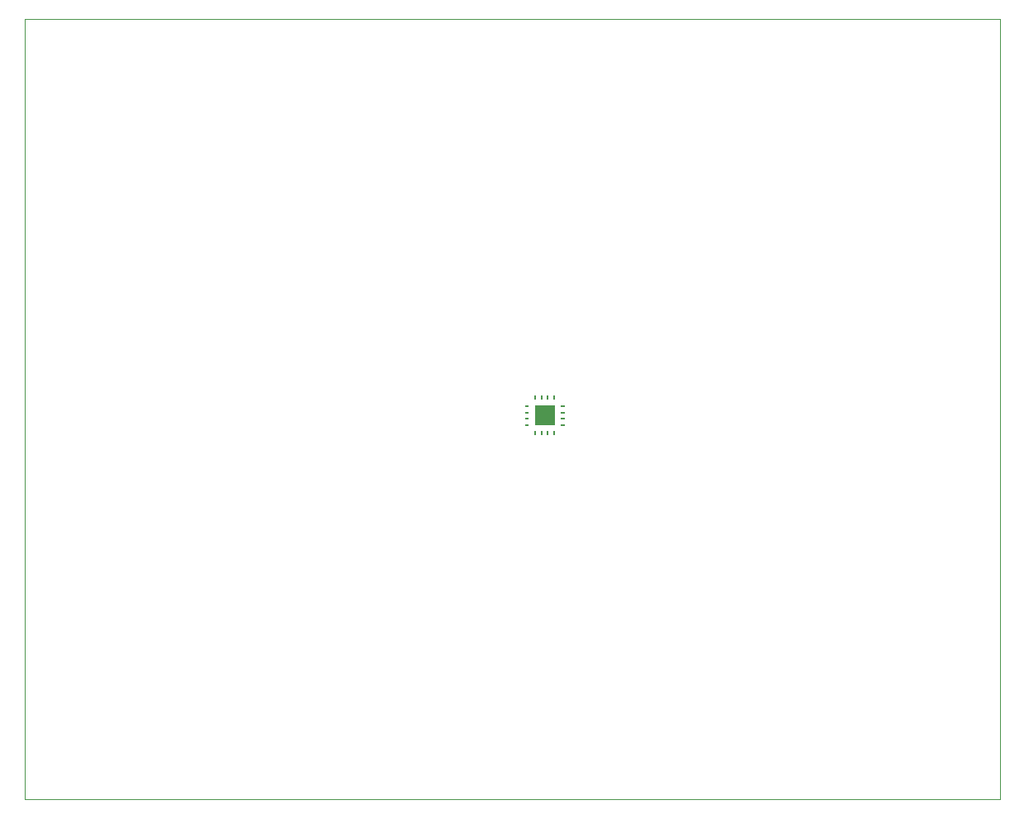
<source format=gtp>
G75*
%MOIN*%
%OFA0B0*%
%FSLAX25Y25*%
%IPPOS*%
%LPD*%
%AMOC8*
5,1,8,0,0,1.08239X$1,22.5*
%
%ADD10C,0.00000*%
%ADD11C,0.00984*%
%ADD12R,0.01280X0.00984*%
%ADD13R,0.00984X0.01280*%
%ADD14R,0.08268X0.08268*%
D10*
X0001000Y0001000D02*
X0001000Y0315961D01*
X0394701Y0315961D01*
X0394701Y0001000D01*
X0001000Y0001000D01*
D11*
X0204307Y0152161D03*
X0204307Y0154720D03*
X0204307Y0157280D03*
X0204307Y0159839D03*
X0207161Y0162693D03*
X0209720Y0162693D03*
X0212280Y0162693D03*
X0214839Y0162693D03*
X0217693Y0159839D03*
X0217693Y0157280D03*
X0217693Y0154720D03*
X0217693Y0152161D03*
X0214839Y0149307D03*
X0212280Y0149307D03*
X0209720Y0149307D03*
X0207161Y0149307D03*
D12*
X0203667Y0152161D03*
X0203667Y0154720D03*
X0203667Y0157280D03*
X0203667Y0159839D03*
X0218333Y0159839D03*
X0218333Y0157280D03*
X0218333Y0154720D03*
X0218333Y0152161D03*
D13*
X0214839Y0148667D03*
X0212280Y0148667D03*
X0209720Y0148667D03*
X0207161Y0148667D03*
X0207161Y0163333D03*
X0209720Y0163333D03*
X0212280Y0163333D03*
X0214839Y0163333D03*
D14*
X0211000Y0156000D03*
M02*

</source>
